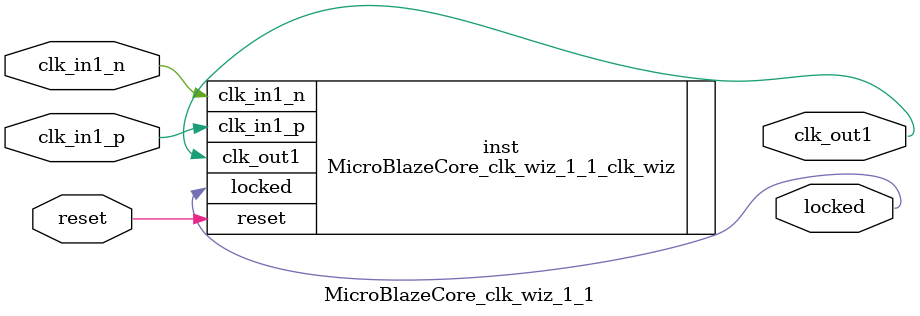
<source format=v>


`timescale 1ps/1ps

(* CORE_GENERATION_INFO = "MicroBlazeCore_clk_wiz_1_1,clk_wiz_v6_0_14_0_0,{component_name=MicroBlazeCore_clk_wiz_1_1,use_phase_alignment=false,use_min_o_jitter=false,use_max_i_jitter=false,use_dyn_phase_shift=false,use_inclk_switchover=false,use_dyn_reconfig=false,enable_axi=0,feedback_source=FDBK_AUTO,PRIMITIVE=MMCM,num_out_clk=1,clkin1_period=10.000,clkin2_period=10.000,use_power_down=false,use_reset=true,use_locked=true,use_inclk_stopped=false,feedback_type=SINGLE,CLOCK_MGR_TYPE=NA,manual_override=false}" *)

module MicroBlazeCore_clk_wiz_1_1 
 (
  // Clock out ports
  output        clk_out1,
  // Status and control signals
  input         reset,
  output        locked,
 // Clock in ports
  input         clk_in1_p,
  input         clk_in1_n
 );

  MicroBlazeCore_clk_wiz_1_1_clk_wiz inst
  (
  // Clock out ports  
  .clk_out1(clk_out1),
  // Status and control signals               
  .reset(reset), 
  .locked(locked),
 // Clock in ports
  .clk_in1_p(clk_in1_p),
  .clk_in1_n(clk_in1_n)
  );

endmodule

</source>
